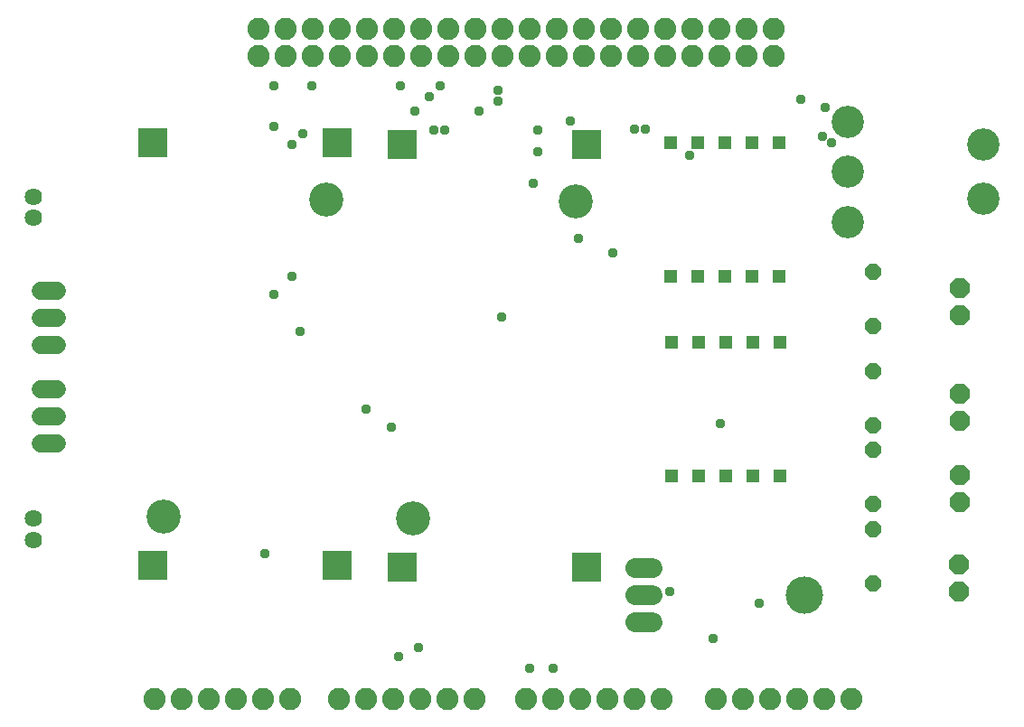
<source format=gbr>
G04 EAGLE Gerber RS-274X export*
G75*
%MOMM*%
%FSLAX34Y34*%
%LPD*%
%INSoldermask Bottom*%
%IPPOS*%
%AMOC8*
5,1,8,0,0,1.08239X$1,22.5*%
G01*
%ADD10C,1.625600*%
%ADD11C,2.082800*%
%ADD12P,2.034460X8X112.500000*%
%ADD13P,1.649562X8X112.500000*%
%ADD14R,2.703200X2.703200*%
%ADD15C,3.203200*%
%ADD16C,3.022600*%
%ADD17C,1.711200*%
%ADD18C,1.879600*%
%ADD19C,3.505200*%
%ADD20R,1.311200X1.311200*%
%ADD21C,0.959600*%


D10*
X-248300Y540700D03*
X-248300Y520700D03*
D11*
X-37800Y974700D03*
X-37800Y1000100D03*
X-12400Y974700D03*
X-12400Y1000100D03*
X13000Y974700D03*
X13000Y1000100D03*
X38400Y974700D03*
X38400Y1000100D03*
X63800Y974700D03*
X63800Y1000100D03*
X89200Y974700D03*
X89200Y1000100D03*
X114600Y974700D03*
X114600Y1000100D03*
X140000Y974700D03*
X140000Y1000100D03*
X165400Y974700D03*
X165400Y1000100D03*
X190800Y974700D03*
X190800Y1000100D03*
X216200Y974700D03*
X216200Y1000100D03*
X241600Y974700D03*
X241600Y1000100D03*
X267000Y974700D03*
X267000Y1000100D03*
X292400Y974700D03*
X292400Y1000100D03*
X317800Y974700D03*
X317800Y1000100D03*
X343200Y974700D03*
X343200Y1000100D03*
X368600Y974700D03*
X368600Y1000100D03*
X394000Y974700D03*
X394000Y1000100D03*
X419400Y974700D03*
X419400Y1000100D03*
X444800Y974700D03*
X444800Y1000100D03*
D12*
X619700Y731800D03*
X619700Y757200D03*
X618700Y472300D03*
X618700Y497700D03*
X619700Y556300D03*
X619700Y581700D03*
X619500Y632400D03*
X619500Y657800D03*
D13*
X537900Y721500D03*
X537900Y772300D03*
X537900Y479800D03*
X537900Y530600D03*
X537900Y554100D03*
X537900Y604900D03*
X537900Y627900D03*
X537900Y678700D03*
D14*
X269660Y891720D03*
X96940Y891720D03*
X96940Y495480D03*
X269660Y495480D03*
D15*
X259500Y838380D03*
X107100Y541200D03*
D16*
X514300Y865700D03*
X514300Y912690D03*
X514300Y818710D03*
X641300Y840300D03*
X641300Y891100D03*
D10*
X-248900Y842500D03*
X-248900Y822500D03*
D14*
X36160Y893020D03*
X-136560Y893020D03*
X-136560Y496780D03*
X36160Y496780D03*
D15*
X26000Y839680D03*
X-126400Y542500D03*
D17*
X-226360Y661600D02*
X-241440Y661600D01*
X-241440Y636200D02*
X-226360Y636200D01*
X-226360Y610800D02*
X-241440Y610800D01*
X-241440Y754600D02*
X-226360Y754600D01*
X-226360Y729200D02*
X-241440Y729200D01*
X-241440Y703800D02*
X-226360Y703800D01*
D18*
X315018Y494400D02*
X331782Y494400D01*
X331782Y469000D02*
X315018Y469000D01*
X315018Y443600D02*
X331782Y443600D01*
D19*
X473260Y469000D03*
D20*
X348000Y893000D03*
X373400Y893000D03*
X398800Y893000D03*
X424200Y893000D03*
X449600Y893000D03*
X348000Y768000D03*
X373400Y768000D03*
X398800Y768000D03*
X424200Y768000D03*
X449600Y768000D03*
X349000Y706000D03*
X374400Y706000D03*
X399800Y706000D03*
X425200Y706000D03*
X450600Y706000D03*
X349000Y581000D03*
X374400Y581000D03*
X399800Y581000D03*
X425200Y581000D03*
X450600Y581000D03*
D11*
X-135000Y372000D03*
X-109600Y372000D03*
X-84200Y372000D03*
X-58800Y372000D03*
X-33400Y372000D03*
X-8000Y372000D03*
X38000Y372000D03*
X63400Y372000D03*
X88800Y372000D03*
X114200Y372000D03*
X139600Y372000D03*
X165000Y372000D03*
X213000Y372000D03*
X238400Y372000D03*
X263800Y372000D03*
X289200Y372000D03*
X314600Y372000D03*
X340000Y372000D03*
X391000Y372000D03*
X416400Y372000D03*
X441800Y372000D03*
X467200Y372000D03*
X492600Y372000D03*
X518000Y372000D03*
D21*
X220000Y855000D03*
X366444Y881049D03*
X314418Y905931D03*
X168519Y922896D03*
X12441Y946647D03*
X490854Y899145D03*
X136851Y904800D03*
X95004Y946647D03*
X186615Y931944D03*
X324597Y905931D03*
X190008Y729495D03*
X87087Y626574D03*
X-31668Y507819D03*
X216021Y400374D03*
X111969Y419601D03*
X93873Y411684D03*
X498771Y893490D03*
X493116Y926289D03*
X223938Y884442D03*
X223938Y904800D03*
X186615Y942123D03*
X238641Y400374D03*
X347217Y472758D03*
X394719Y629967D03*
X470496Y934206D03*
X387933Y428649D03*
X294060Y789438D03*
X254475Y913848D03*
X430911Y461448D03*
X262392Y803010D03*
X126672Y904800D03*
X108576Y922896D03*
X122148Y936468D03*
X132327Y946647D03*
X1131Y715923D03*
X63336Y643539D03*
X-23751Y750984D03*
X-23751Y908193D03*
X-23751Y946647D03*
X-6786Y767949D03*
X-6786Y891228D03*
X3393Y901407D03*
M02*

</source>
